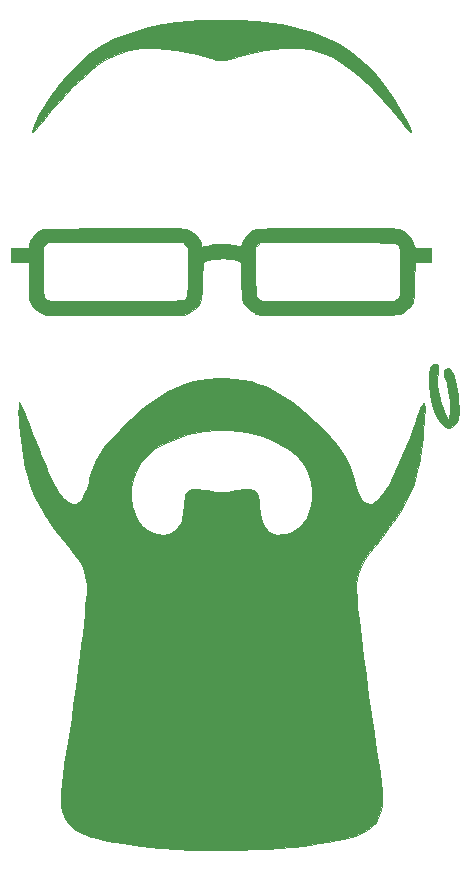
<source format=gbr>
%TF.GenerationSoftware,KiCad,Pcbnew,5.1.6-c6e7f7d~87~ubuntu20.04.1*%
%TF.CreationDate,2020-07-24T20:42:58-07:00*%
%TF.ProjectId,bcdc-coaster,62636463-2d63-46f6-9173-7465722e6b69,rev?*%
%TF.SameCoordinates,Original*%
%TF.FileFunction,Soldermask,Top*%
%TF.FilePolarity,Negative*%
%FSLAX46Y46*%
G04 Gerber Fmt 4.6, Leading zero omitted, Abs format (unit mm)*
G04 Created by KiCad (PCBNEW 5.1.6-c6e7f7d~87~ubuntu20.04.1) date 2020-07-24 20:42:58*
%MOMM*%
%LPD*%
G01*
G04 APERTURE LIST*
%ADD10C,0.010000*%
G04 APERTURE END LIST*
D10*
%TO.C,FrontMask*%
G36*
X-105833Y35029970D02*
G01*
X645816Y35028162D01*
X1276655Y35022811D01*
X1806957Y35013187D01*
X2256994Y34998563D01*
X2647039Y34978210D01*
X2997364Y34951399D01*
X3328243Y34917401D01*
X3457223Y34901934D01*
X4919528Y34678223D01*
X6279585Y34384002D01*
X7529467Y34021243D01*
X8572500Y33629823D01*
X9709254Y33072871D01*
X10786702Y32387920D01*
X11804764Y31575050D01*
X12763359Y30634345D01*
X13662403Y29565886D01*
X14501816Y28369755D01*
X15281516Y27046035D01*
X15454386Y26719701D01*
X15692349Y26247575D01*
X15854114Y25894110D01*
X15939480Y25659190D01*
X15948246Y25542698D01*
X15880211Y25544518D01*
X15735173Y25664534D01*
X15512930Y25902628D01*
X15213282Y26258684D01*
X15036679Y26478008D01*
X14142606Y27567131D01*
X13283717Y28542471D01*
X12443532Y29421559D01*
X11605569Y30221923D01*
X11080910Y30685453D01*
X10204376Y31359370D01*
X9305277Y31895302D01*
X8376749Y32295496D01*
X7411931Y32562200D01*
X6403958Y32697664D01*
X5345968Y32704135D01*
X4995206Y32679284D01*
X4336127Y32602720D01*
X3598177Y32486312D01*
X2827758Y32339439D01*
X2071269Y32171478D01*
X1375112Y31991808D01*
X926478Y31856958D01*
X548399Y31739753D01*
X239987Y31664566D01*
X-33720Y31632299D01*
X-307685Y31643857D01*
X-616869Y31700143D01*
X-996235Y31802060D01*
X-1371518Y31916360D01*
X-2224368Y32157402D01*
X-3103396Y32360051D01*
X-3982329Y32520673D01*
X-4834892Y32635638D01*
X-5634810Y32701314D01*
X-6355809Y32714069D01*
X-6894383Y32679753D01*
X-7928791Y32491987D01*
X-8924558Y32168791D01*
X-9879191Y31711139D01*
X-10672083Y31205964D01*
X-11105484Y30869319D01*
X-11605602Y30435246D01*
X-12156189Y29920463D01*
X-12740996Y29341687D01*
X-13343776Y28715634D01*
X-13948279Y28059022D01*
X-14538257Y27388569D01*
X-15097461Y26720990D01*
X-15406672Y26334861D01*
X-15633710Y26051340D01*
X-15832916Y25812573D01*
X-15987071Y25638449D01*
X-16078956Y25548857D01*
X-16093876Y25541111D01*
X-16145194Y25600329D01*
X-16157222Y25683632D01*
X-16118663Y25855790D01*
X-16009991Y26125509D01*
X-15841717Y26474540D01*
X-15624351Y26884633D01*
X-15368403Y27337538D01*
X-15084383Y27815006D01*
X-14782801Y28298785D01*
X-14474166Y28770627D01*
X-14168989Y29212281D01*
X-13962983Y29493794D01*
X-13121399Y30517283D01*
X-12222027Y31424401D01*
X-11257049Y32219699D01*
X-10218649Y32907728D01*
X-9099008Y33493042D01*
X-7890310Y33980190D01*
X-6584737Y34373725D01*
X-5174471Y34678199D01*
X-5009444Y34706991D01*
X-4498600Y34791201D01*
X-4036107Y34859735D01*
X-3598566Y34914133D01*
X-3162578Y34955937D01*
X-2704742Y34986687D01*
X-2201659Y35007926D01*
X-1629929Y35021194D01*
X-966153Y35028032D01*
X-186930Y35029983D01*
X-105833Y35029970D01*
G37*
X-105833Y35029970D02*
X645816Y35028162D01*
X1276655Y35022811D01*
X1806957Y35013187D01*
X2256994Y34998563D01*
X2647039Y34978210D01*
X2997364Y34951399D01*
X3328243Y34917401D01*
X3457223Y34901934D01*
X4919528Y34678223D01*
X6279585Y34384002D01*
X7529467Y34021243D01*
X8572500Y33629823D01*
X9709254Y33072871D01*
X10786702Y32387920D01*
X11804764Y31575050D01*
X12763359Y30634345D01*
X13662403Y29565886D01*
X14501816Y28369755D01*
X15281516Y27046035D01*
X15454386Y26719701D01*
X15692349Y26247575D01*
X15854114Y25894110D01*
X15939480Y25659190D01*
X15948246Y25542698D01*
X15880211Y25544518D01*
X15735173Y25664534D01*
X15512930Y25902628D01*
X15213282Y26258684D01*
X15036679Y26478008D01*
X14142606Y27567131D01*
X13283717Y28542471D01*
X12443532Y29421559D01*
X11605569Y30221923D01*
X11080910Y30685453D01*
X10204376Y31359370D01*
X9305277Y31895302D01*
X8376749Y32295496D01*
X7411931Y32562200D01*
X6403958Y32697664D01*
X5345968Y32704135D01*
X4995206Y32679284D01*
X4336127Y32602720D01*
X3598177Y32486312D01*
X2827758Y32339439D01*
X2071269Y32171478D01*
X1375112Y31991808D01*
X926478Y31856958D01*
X548399Y31739753D01*
X239987Y31664566D01*
X-33720Y31632299D01*
X-307685Y31643857D01*
X-616869Y31700143D01*
X-996235Y31802060D01*
X-1371518Y31916360D01*
X-2224368Y32157402D01*
X-3103396Y32360051D01*
X-3982329Y32520673D01*
X-4834892Y32635638D01*
X-5634810Y32701314D01*
X-6355809Y32714069D01*
X-6894383Y32679753D01*
X-7928791Y32491987D01*
X-8924558Y32168791D01*
X-9879191Y31711139D01*
X-10672083Y31205964D01*
X-11105484Y30869319D01*
X-11605602Y30435246D01*
X-12156189Y29920463D01*
X-12740996Y29341687D01*
X-13343776Y28715634D01*
X-13948279Y28059022D01*
X-14538257Y27388569D01*
X-15097461Y26720990D01*
X-15406672Y26334861D01*
X-15633710Y26051340D01*
X-15832916Y25812573D01*
X-15987071Y25638449D01*
X-16078956Y25548857D01*
X-16093876Y25541111D01*
X-16145194Y25600329D01*
X-16157222Y25683632D01*
X-16118663Y25855790D01*
X-16009991Y26125509D01*
X-15841717Y26474540D01*
X-15624351Y26884633D01*
X-15368403Y27337538D01*
X-15084383Y27815006D01*
X-14782801Y28298785D01*
X-14474166Y28770627D01*
X-14168989Y29212281D01*
X-13962983Y29493794D01*
X-13121399Y30517283D01*
X-12222027Y31424401D01*
X-11257049Y32219699D01*
X-10218649Y32907728D01*
X-9099008Y33493042D01*
X-7890310Y33980190D01*
X-6584737Y34373725D01*
X-5174471Y34678199D01*
X-5009444Y34706991D01*
X-4498600Y34791201D01*
X-4036107Y34859735D01*
X-3598566Y34914133D01*
X-3162578Y34955937D01*
X-2704742Y34986687D01*
X-2201659Y35007926D01*
X-1629929Y35021194D01*
X-966153Y35028032D01*
X-186930Y35029983D01*
X-105833Y35029970D01*
G36*
X9946431Y17427167D02*
G01*
X10865757Y17426851D01*
X11662710Y17426054D01*
X12346660Y17424554D01*
X12926976Y17422131D01*
X13413026Y17418562D01*
X13814180Y17413626D01*
X14139807Y17407103D01*
X14399277Y17398769D01*
X14601958Y17388405D01*
X14757220Y17375789D01*
X14874431Y17360699D01*
X14962961Y17342913D01*
X15032180Y17322211D01*
X15091456Y17298371D01*
X15131718Y17279854D01*
X15516634Y17027833D01*
X15843968Y16676434D01*
X16079171Y16265497D01*
X16128595Y16130285D01*
X16253548Y15733889D01*
X17638889Y15733889D01*
X17638889Y14534445D01*
X16237478Y14534445D01*
X16214989Y12964584D01*
X16204768Y12396545D01*
X16188762Y11948892D01*
X16161660Y11600898D01*
X16118151Y11331838D01*
X16052925Y11120987D01*
X15960670Y10947619D01*
X15836075Y10791009D01*
X15673831Y10630431D01*
X15599459Y10562486D01*
X15504375Y10473900D01*
X15421551Y10396205D01*
X15341601Y10328691D01*
X15255137Y10270646D01*
X15152771Y10221358D01*
X15025116Y10180117D01*
X14862785Y10146212D01*
X14656390Y10118930D01*
X14396543Y10097561D01*
X14073857Y10081394D01*
X13678945Y10069718D01*
X13202419Y10061820D01*
X12634892Y10056991D01*
X11966976Y10054518D01*
X11189284Y10053692D01*
X10292428Y10053799D01*
X9267020Y10054130D01*
X8890000Y10054167D01*
X7842085Y10054216D01*
X6925872Y10054513D01*
X6131949Y10055285D01*
X5450908Y10056759D01*
X4873338Y10059162D01*
X4389830Y10062721D01*
X3990973Y10067661D01*
X3667357Y10074211D01*
X3409573Y10082597D01*
X3208210Y10093044D01*
X3053859Y10105782D01*
X2937110Y10121035D01*
X2848552Y10139031D01*
X2778777Y10159996D01*
X2718373Y10184158D01*
X2674804Y10203937D01*
X2276041Y10454296D01*
X1934206Y10794971D01*
X1724148Y11119316D01*
X1678564Y11225981D01*
X1643088Y11352855D01*
X1615846Y11520197D01*
X1594968Y11748266D01*
X1578581Y12057320D01*
X1564814Y12467618D01*
X1552223Y12980138D01*
X1516945Y14565553D01*
X1164167Y14705331D01*
X856638Y14787336D01*
X454190Y14838562D01*
X-384Y14859007D01*
X-464289Y14848666D01*
X-894729Y14807535D01*
X-1248911Y14735609D01*
X-1340555Y14705567D01*
X-1728611Y14560716D01*
X-1766265Y13012997D01*
X-1781728Y12453312D01*
X-1800758Y12013552D01*
X-1828062Y11672537D01*
X-1868345Y11409085D01*
X-1926314Y11202017D01*
X-2006673Y11030150D01*
X-2114130Y10872305D01*
X-2253389Y10707299D01*
X-2286789Y10670116D01*
X-2506927Y10472844D01*
X-2778406Y10290196D01*
X-2911006Y10221352D01*
X-3280833Y10054167D01*
X-8960555Y10043253D01*
X-9851083Y10042302D01*
X-10706294Y10042860D01*
X-11514889Y10044833D01*
X-12265568Y10048124D01*
X-12947029Y10052639D01*
X-13547973Y10058283D01*
X-14057099Y10064960D01*
X-14463107Y10072575D01*
X-14754696Y10081032D01*
X-14920566Y10090237D01*
X-14947422Y10093734D01*
X-15324025Y10217273D01*
X-15686920Y10420012D01*
X-15980702Y10669005D01*
X-16046815Y10747455D01*
X-16169696Y10917143D01*
X-16263974Y11077685D01*
X-16333407Y11250786D01*
X-16381753Y11458153D01*
X-16412771Y11721494D01*
X-16430219Y12062513D01*
X-16437855Y12502918D01*
X-16439444Y13015234D01*
X-16439444Y14534445D01*
X-17921111Y14534445D01*
X-17921111Y15733889D01*
X-16457479Y15733889D01*
X-16444461Y15815300D01*
X-15240000Y15815300D01*
X-15240000Y13779460D01*
X-15239423Y13155082D01*
X-15235784Y12656159D01*
X-15226220Y12267037D01*
X-15207866Y11972059D01*
X-15177861Y11755569D01*
X-15133341Y11601913D01*
X-15071442Y11495435D01*
X-14989301Y11420479D01*
X-14884056Y11361390D01*
X-14789975Y11318831D01*
X-14674254Y11298936D01*
X-14432102Y11281483D01*
X-14076705Y11266427D01*
X-13621251Y11253720D01*
X-13078928Y11243318D01*
X-12462924Y11235174D01*
X-11786426Y11229242D01*
X-11062623Y11225476D01*
X-10304701Y11223830D01*
X-9525849Y11224259D01*
X-8739254Y11226716D01*
X-7958104Y11231155D01*
X-7195586Y11237530D01*
X-6464889Y11245795D01*
X-5779200Y11255905D01*
X-5151706Y11267812D01*
X-4595596Y11281472D01*
X-4124057Y11296838D01*
X-3750277Y11313865D01*
X-3487444Y11332505D01*
X-3348744Y11352714D01*
X-3333729Y11358791D01*
X-3227946Y11437245D01*
X-3144067Y11527668D01*
X-3079800Y11646166D01*
X-3032853Y11808845D01*
X-3000932Y12031811D01*
X-2981746Y12331169D01*
X-2973001Y12723028D01*
X-2972404Y13223491D01*
X-2977665Y13848667D01*
X-2977780Y13859402D01*
X-2998611Y15795413D01*
X-3017674Y15815300D01*
X2751667Y15815300D01*
X2751667Y13773276D01*
X2752080Y13181617D01*
X2754041Y12714499D01*
X2758632Y12355354D01*
X2766937Y12087615D01*
X2780038Y11894711D01*
X2799018Y11760075D01*
X2824960Y11667138D01*
X2858947Y11599332D01*
X2897217Y11546216D01*
X3072932Y11391828D01*
X3267634Y11296120D01*
X3382944Y11283155D01*
X3625833Y11271465D01*
X3982775Y11261053D01*
X4440244Y11251922D01*
X4984713Y11244076D01*
X5602657Y11237517D01*
X6280549Y11232248D01*
X7004863Y11228273D01*
X7762073Y11225594D01*
X8538652Y11224214D01*
X9321075Y11224136D01*
X10095815Y11225364D01*
X10849346Y11227901D01*
X11568142Y11231748D01*
X12238676Y11236911D01*
X12847423Y11243390D01*
X13380855Y11251190D01*
X13825448Y11260314D01*
X14167675Y11270764D01*
X14394009Y11282544D01*
X14485198Y11293613D01*
X14756345Y11433611D01*
X14890629Y11593080D01*
X14931583Y11669057D01*
X14963508Y11758286D01*
X14987522Y11878253D01*
X15004740Y12046443D01*
X15016280Y12280343D01*
X15023258Y12597437D01*
X15026791Y13015213D01*
X15027995Y13551155D01*
X15028070Y13745333D01*
X15027202Y14348704D01*
X15022955Y14827730D01*
X15013139Y15199171D01*
X14995568Y15479789D01*
X14968050Y15686344D01*
X14928399Y15835597D01*
X14874424Y15944309D01*
X14803937Y16029240D01*
X14720215Y16102737D01*
X14685560Y16124840D01*
X14633657Y16144118D01*
X14555265Y16160767D01*
X14441144Y16174980D01*
X14282054Y16186953D01*
X14068755Y16196881D01*
X13792007Y16204959D01*
X13442570Y16211381D01*
X13011203Y16216343D01*
X12488666Y16220039D01*
X11865719Y16222665D01*
X11133122Y16224415D01*
X10281635Y16225484D01*
X9302018Y16226067D01*
X8866934Y16226209D01*
X3164146Y16227778D01*
X2957906Y16021539D01*
X2751667Y15815300D01*
X-3017674Y15815300D01*
X-3205839Y16011595D01*
X-3413067Y16227778D01*
X-14827521Y16227778D01*
X-15033760Y16021539D01*
X-15240000Y15815300D01*
X-16444461Y15815300D01*
X-16413764Y16007269D01*
X-16304552Y16335477D01*
X-16096692Y16674121D01*
X-15821880Y16979570D01*
X-15563065Y17178222D01*
X-15215853Y17391945D01*
X-9228864Y17410754D01*
X-8172093Y17414034D01*
X-7247068Y17416670D01*
X-6444429Y17418468D01*
X-5754810Y17419233D01*
X-5168851Y17418771D01*
X-4677187Y17416885D01*
X-4270457Y17413381D01*
X-3939296Y17408065D01*
X-3674343Y17400741D01*
X-3466233Y17391214D01*
X-3305605Y17379290D01*
X-3183095Y17364774D01*
X-3089340Y17347471D01*
X-3014978Y17327186D01*
X-2950646Y17303724D01*
X-2891527Y17278846D01*
X-2579265Y17094822D01*
X-2291091Y16836295D01*
X-2053341Y16536380D01*
X-1892354Y16228193D01*
X-1834444Y15949772D01*
X-1824598Y15889710D01*
X-1775446Y15866658D01*
X-1657572Y15880897D01*
X-1441557Y15932708D01*
X-1358194Y15954321D01*
X-840448Y16046814D01*
X-244823Y16084025D01*
X377058Y16066729D01*
X973574Y15995697D01*
X1350810Y15913767D01*
X1475251Y15895200D01*
X1550623Y15947421D01*
X1615595Y16101300D01*
X1626416Y16133788D01*
X1847174Y16594967D01*
X2171645Y16979785D01*
X2578619Y17265714D01*
X2773899Y17352724D01*
X2884229Y17368188D01*
X3128471Y17381829D01*
X3507504Y17393659D01*
X4022206Y17403688D01*
X4673457Y17411927D01*
X5462134Y17418386D01*
X6389116Y17423077D01*
X7455282Y17426009D01*
X8661511Y17427194D01*
X8895362Y17427223D01*
X9946431Y17427167D01*
G37*
X9946431Y17427167D02*
X10865757Y17426851D01*
X11662710Y17426054D01*
X12346660Y17424554D01*
X12926976Y17422131D01*
X13413026Y17418562D01*
X13814180Y17413626D01*
X14139807Y17407103D01*
X14399277Y17398769D01*
X14601958Y17388405D01*
X14757220Y17375789D01*
X14874431Y17360699D01*
X14962961Y17342913D01*
X15032180Y17322211D01*
X15091456Y17298371D01*
X15131718Y17279854D01*
X15516634Y17027833D01*
X15843968Y16676434D01*
X16079171Y16265497D01*
X16128595Y16130285D01*
X16253548Y15733889D01*
X17638889Y15733889D01*
X17638889Y14534445D01*
X16237478Y14534445D01*
X16214989Y12964584D01*
X16204768Y12396545D01*
X16188762Y11948892D01*
X16161660Y11600898D01*
X16118151Y11331838D01*
X16052925Y11120987D01*
X15960670Y10947619D01*
X15836075Y10791009D01*
X15673831Y10630431D01*
X15599459Y10562486D01*
X15504375Y10473900D01*
X15421551Y10396205D01*
X15341601Y10328691D01*
X15255137Y10270646D01*
X15152771Y10221358D01*
X15025116Y10180117D01*
X14862785Y10146212D01*
X14656390Y10118930D01*
X14396543Y10097561D01*
X14073857Y10081394D01*
X13678945Y10069718D01*
X13202419Y10061820D01*
X12634892Y10056991D01*
X11966976Y10054518D01*
X11189284Y10053692D01*
X10292428Y10053799D01*
X9267020Y10054130D01*
X8890000Y10054167D01*
X7842085Y10054216D01*
X6925872Y10054513D01*
X6131949Y10055285D01*
X5450908Y10056759D01*
X4873338Y10059162D01*
X4389830Y10062721D01*
X3990973Y10067661D01*
X3667357Y10074211D01*
X3409573Y10082597D01*
X3208210Y10093044D01*
X3053859Y10105782D01*
X2937110Y10121035D01*
X2848552Y10139031D01*
X2778777Y10159996D01*
X2718373Y10184158D01*
X2674804Y10203937D01*
X2276041Y10454296D01*
X1934206Y10794971D01*
X1724148Y11119316D01*
X1678564Y11225981D01*
X1643088Y11352855D01*
X1615846Y11520197D01*
X1594968Y11748266D01*
X1578581Y12057320D01*
X1564814Y12467618D01*
X1552223Y12980138D01*
X1516945Y14565553D01*
X1164167Y14705331D01*
X856638Y14787336D01*
X454190Y14838562D01*
X-384Y14859007D01*
X-464289Y14848666D01*
X-894729Y14807535D01*
X-1248911Y14735609D01*
X-1340555Y14705567D01*
X-1728611Y14560716D01*
X-1766265Y13012997D01*
X-1781728Y12453312D01*
X-1800758Y12013552D01*
X-1828062Y11672537D01*
X-1868345Y11409085D01*
X-1926314Y11202017D01*
X-2006673Y11030150D01*
X-2114130Y10872305D01*
X-2253389Y10707299D01*
X-2286789Y10670116D01*
X-2506927Y10472844D01*
X-2778406Y10290196D01*
X-2911006Y10221352D01*
X-3280833Y10054167D01*
X-8960555Y10043253D01*
X-9851083Y10042302D01*
X-10706294Y10042860D01*
X-11514889Y10044833D01*
X-12265568Y10048124D01*
X-12947029Y10052639D01*
X-13547973Y10058283D01*
X-14057099Y10064960D01*
X-14463107Y10072575D01*
X-14754696Y10081032D01*
X-14920566Y10090237D01*
X-14947422Y10093734D01*
X-15324025Y10217273D01*
X-15686920Y10420012D01*
X-15980702Y10669005D01*
X-16046815Y10747455D01*
X-16169696Y10917143D01*
X-16263974Y11077685D01*
X-16333407Y11250786D01*
X-16381753Y11458153D01*
X-16412771Y11721494D01*
X-16430219Y12062513D01*
X-16437855Y12502918D01*
X-16439444Y13015234D01*
X-16439444Y14534445D01*
X-17921111Y14534445D01*
X-17921111Y15733889D01*
X-16457479Y15733889D01*
X-16444461Y15815300D01*
X-15240000Y15815300D01*
X-15240000Y13779460D01*
X-15239423Y13155082D01*
X-15235784Y12656159D01*
X-15226220Y12267037D01*
X-15207866Y11972059D01*
X-15177861Y11755569D01*
X-15133341Y11601913D01*
X-15071442Y11495435D01*
X-14989301Y11420479D01*
X-14884056Y11361390D01*
X-14789975Y11318831D01*
X-14674254Y11298936D01*
X-14432102Y11281483D01*
X-14076705Y11266427D01*
X-13621251Y11253720D01*
X-13078928Y11243318D01*
X-12462924Y11235174D01*
X-11786426Y11229242D01*
X-11062623Y11225476D01*
X-10304701Y11223830D01*
X-9525849Y11224259D01*
X-8739254Y11226716D01*
X-7958104Y11231155D01*
X-7195586Y11237530D01*
X-6464889Y11245795D01*
X-5779200Y11255905D01*
X-5151706Y11267812D01*
X-4595596Y11281472D01*
X-4124057Y11296838D01*
X-3750277Y11313865D01*
X-3487444Y11332505D01*
X-3348744Y11352714D01*
X-3333729Y11358791D01*
X-3227946Y11437245D01*
X-3144067Y11527668D01*
X-3079800Y11646166D01*
X-3032853Y11808845D01*
X-3000932Y12031811D01*
X-2981746Y12331169D01*
X-2973001Y12723028D01*
X-2972404Y13223491D01*
X-2977665Y13848667D01*
X-2977780Y13859402D01*
X-2998611Y15795413D01*
X-3017674Y15815300D01*
X2751667Y15815300D01*
X2751667Y13773276D01*
X2752080Y13181617D01*
X2754041Y12714499D01*
X2758632Y12355354D01*
X2766937Y12087615D01*
X2780038Y11894711D01*
X2799018Y11760075D01*
X2824960Y11667138D01*
X2858947Y11599332D01*
X2897217Y11546216D01*
X3072932Y11391828D01*
X3267634Y11296120D01*
X3382944Y11283155D01*
X3625833Y11271465D01*
X3982775Y11261053D01*
X4440244Y11251922D01*
X4984713Y11244076D01*
X5602657Y11237517D01*
X6280549Y11232248D01*
X7004863Y11228273D01*
X7762073Y11225594D01*
X8538652Y11224214D01*
X9321075Y11224136D01*
X10095815Y11225364D01*
X10849346Y11227901D01*
X11568142Y11231748D01*
X12238676Y11236911D01*
X12847423Y11243390D01*
X13380855Y11251190D01*
X13825448Y11260314D01*
X14167675Y11270764D01*
X14394009Y11282544D01*
X14485198Y11293613D01*
X14756345Y11433611D01*
X14890629Y11593080D01*
X14931583Y11669057D01*
X14963508Y11758286D01*
X14987522Y11878253D01*
X15004740Y12046443D01*
X15016280Y12280343D01*
X15023258Y12597437D01*
X15026791Y13015213D01*
X15027995Y13551155D01*
X15028070Y13745333D01*
X15027202Y14348704D01*
X15022955Y14827730D01*
X15013139Y15199171D01*
X14995568Y15479789D01*
X14968050Y15686344D01*
X14928399Y15835597D01*
X14874424Y15944309D01*
X14803937Y16029240D01*
X14720215Y16102737D01*
X14685560Y16124840D01*
X14633657Y16144118D01*
X14555265Y16160767D01*
X14441144Y16174980D01*
X14282054Y16186953D01*
X14068755Y16196881D01*
X13792007Y16204959D01*
X13442570Y16211381D01*
X13011203Y16216343D01*
X12488666Y16220039D01*
X11865719Y16222665D01*
X11133122Y16224415D01*
X10281635Y16225484D01*
X9302018Y16226067D01*
X8866934Y16226209D01*
X3164146Y16227778D01*
X2957906Y16021539D01*
X2751667Y15815300D01*
X-3017674Y15815300D01*
X-3205839Y16011595D01*
X-3413067Y16227778D01*
X-14827521Y16227778D01*
X-15033760Y16021539D01*
X-15240000Y15815300D01*
X-16444461Y15815300D01*
X-16413764Y16007269D01*
X-16304552Y16335477D01*
X-16096692Y16674121D01*
X-15821880Y16979570D01*
X-15563065Y17178222D01*
X-15215853Y17391945D01*
X-9228864Y17410754D01*
X-8172093Y17414034D01*
X-7247068Y17416670D01*
X-6444429Y17418468D01*
X-5754810Y17419233D01*
X-5168851Y17418771D01*
X-4677187Y17416885D01*
X-4270457Y17413381D01*
X-3939296Y17408065D01*
X-3674343Y17400741D01*
X-3466233Y17391214D01*
X-3305605Y17379290D01*
X-3183095Y17364774D01*
X-3089340Y17347471D01*
X-3014978Y17327186D01*
X-2950646Y17303724D01*
X-2891527Y17278846D01*
X-2579265Y17094822D01*
X-2291091Y16836295D01*
X-2053341Y16536380D01*
X-1892354Y16228193D01*
X-1834444Y15949772D01*
X-1824598Y15889710D01*
X-1775446Y15866658D01*
X-1657572Y15880897D01*
X-1441557Y15932708D01*
X-1358194Y15954321D01*
X-840448Y16046814D01*
X-244823Y16084025D01*
X377058Y16066729D01*
X973574Y15995697D01*
X1350810Y15913767D01*
X1475251Y15895200D01*
X1550623Y15947421D01*
X1615595Y16101300D01*
X1626416Y16133788D01*
X1847174Y16594967D01*
X2171645Y16979785D01*
X2578619Y17265714D01*
X2773899Y17352724D01*
X2884229Y17368188D01*
X3128471Y17381829D01*
X3507504Y17393659D01*
X4022206Y17403688D01*
X4673457Y17411927D01*
X5462134Y17418386D01*
X6389116Y17423077D01*
X7455282Y17426009D01*
X8661511Y17427194D01*
X8895362Y17427223D01*
X9946431Y17427167D01*
G36*
X18046937Y5951108D02*
G01*
X18184991Y5863469D01*
X18248561Y5684431D01*
X18240090Y5401652D01*
X18200805Y5173966D01*
X18151785Y4737068D01*
X18160423Y4207821D01*
X18224053Y3621445D01*
X18340014Y3013160D01*
X18375216Y2868291D01*
X18473507Y2529975D01*
X18595655Y2181872D01*
X18728573Y1854470D01*
X18859179Y1578255D01*
X18974386Y1383714D01*
X19044606Y1308612D01*
X19109597Y1334206D01*
X19168786Y1476681D01*
X19217148Y1711811D01*
X19249652Y2015368D01*
X19261273Y2352528D01*
X19238560Y2769144D01*
X19176284Y3257450D01*
X19084020Y3765400D01*
X18971340Y4240947D01*
X18847820Y4632044D01*
X18836670Y4660889D01*
X18721769Y5030067D01*
X18707111Y5300193D01*
X18792696Y5471152D01*
X18840999Y5504760D01*
X19027249Y5547639D01*
X19201780Y5467105D01*
X19367222Y5259258D01*
X19526204Y4920192D01*
X19681357Y4446006D01*
X19763695Y4135517D01*
X19846314Y3718785D01*
X19907196Y3239952D01*
X19945012Y2734842D01*
X19958433Y2239283D01*
X19946130Y1789102D01*
X19906774Y1420123D01*
X19870527Y1255713D01*
X19717178Y892785D01*
X19508902Y645547D01*
X19258246Y520385D01*
X18977757Y523683D01*
X18690018Y655004D01*
X18438179Y893861D01*
X18199158Y1252040D01*
X17980016Y1707873D01*
X17787812Y2239687D01*
X17629609Y2825814D01*
X17512467Y3444582D01*
X17443447Y4074322D01*
X17427506Y4529722D01*
X17451098Y5072208D01*
X17521973Y5488232D01*
X17639331Y5775959D01*
X17802373Y5933554D01*
X18010300Y5959182D01*
X18046937Y5951108D01*
G37*
X18046937Y5951108D02*
X18184991Y5863469D01*
X18248561Y5684431D01*
X18240090Y5401652D01*
X18200805Y5173966D01*
X18151785Y4737068D01*
X18160423Y4207821D01*
X18224053Y3621445D01*
X18340014Y3013160D01*
X18375216Y2868291D01*
X18473507Y2529975D01*
X18595655Y2181872D01*
X18728573Y1854470D01*
X18859179Y1578255D01*
X18974386Y1383714D01*
X19044606Y1308612D01*
X19109597Y1334206D01*
X19168786Y1476681D01*
X19217148Y1711811D01*
X19249652Y2015368D01*
X19261273Y2352528D01*
X19238560Y2769144D01*
X19176284Y3257450D01*
X19084020Y3765400D01*
X18971340Y4240947D01*
X18847820Y4632044D01*
X18836670Y4660889D01*
X18721769Y5030067D01*
X18707111Y5300193D01*
X18792696Y5471152D01*
X18840999Y5504760D01*
X19027249Y5547639D01*
X19201780Y5467105D01*
X19367222Y5259258D01*
X19526204Y4920192D01*
X19681357Y4446006D01*
X19763695Y4135517D01*
X19846314Y3718785D01*
X19907196Y3239952D01*
X19945012Y2734842D01*
X19958433Y2239283D01*
X19946130Y1789102D01*
X19906774Y1420123D01*
X19870527Y1255713D01*
X19717178Y892785D01*
X19508902Y645547D01*
X19258246Y520385D01*
X18977757Y523683D01*
X18690018Y655004D01*
X18438179Y893861D01*
X18199158Y1252040D01*
X17980016Y1707873D01*
X17787812Y2239687D01*
X17629609Y2825814D01*
X17512467Y3444582D01*
X17443447Y4074322D01*
X17427506Y4529722D01*
X17451098Y5072208D01*
X17521973Y5488232D01*
X17639331Y5775959D01*
X17802373Y5933554D01*
X18010300Y5959182D01*
X18046937Y5951108D01*
G36*
X211667Y4705590D02*
G01*
X1010684Y4663381D01*
X1709395Y4582813D01*
X2345480Y4455051D01*
X2956623Y4271258D01*
X3580504Y4022599D01*
X4039196Y3808051D01*
X4891549Y3341284D01*
X5750747Y2772620D01*
X6626959Y2094206D01*
X7530354Y1298192D01*
X8434551Y414124D01*
X8778552Y57217D01*
X9114370Y-301132D01*
X9419837Y-636528D01*
X9672780Y-924575D01*
X9851030Y-1140876D01*
X9868855Y-1164166D01*
X10257961Y-1749053D01*
X10598835Y-2396450D01*
X10867254Y-3055651D01*
X11014840Y-3563055D01*
X11178165Y-4217213D01*
X11340681Y-4744390D01*
X11509266Y-5158504D01*
X11690796Y-5473477D01*
X11892148Y-5703227D01*
X12120200Y-5861676D01*
X12160332Y-5881676D01*
X12345891Y-5954959D01*
X12490780Y-5956797D01*
X12644435Y-5903320D01*
X12957308Y-5706109D01*
X13291427Y-5370360D01*
X13646318Y-4896964D01*
X14021507Y-4286813D01*
X14416520Y-3540799D01*
X14830884Y-2659812D01*
X15264124Y-1644744D01*
X15715768Y-496487D01*
X16157395Y705556D01*
X16311798Y1129619D01*
X16465729Y1536482D01*
X16607257Y1895745D01*
X16724454Y2177007D01*
X16794144Y2328334D01*
X16902431Y2538150D01*
X16965852Y2635839D01*
X17003113Y2635253D01*
X17032919Y2550244D01*
X17042682Y2512396D01*
X17070685Y2290539D01*
X17076509Y1950214D01*
X17062140Y1511975D01*
X17029565Y996381D01*
X16980770Y423989D01*
X16917744Y-184645D01*
X16842472Y-808963D01*
X16756942Y-1428409D01*
X16663139Y-2022426D01*
X16563052Y-2570456D01*
X16540736Y-2681111D01*
X16358278Y-3460348D01*
X16136050Y-4197601D01*
X15864554Y-4911120D01*
X15534294Y-5619151D01*
X15135770Y-6339945D01*
X14659486Y-7091748D01*
X14095942Y-7892809D01*
X13435643Y-8761377D01*
X13260547Y-8983381D01*
X12786297Y-9585756D01*
X12387710Y-10110855D01*
X12059758Y-10577717D01*
X11797416Y-11005379D01*
X11595656Y-11412880D01*
X11449452Y-11819259D01*
X11353777Y-12243553D01*
X11303605Y-12704801D01*
X11293909Y-13222042D01*
X11319662Y-13814314D01*
X11375837Y-14500654D01*
X11457408Y-15300103D01*
X11496844Y-15663333D01*
X11670462Y-17191912D01*
X11863971Y-18792728D01*
X12073053Y-20433952D01*
X12293388Y-22083754D01*
X12520660Y-23710304D01*
X12750549Y-25281771D01*
X12978736Y-26766327D01*
X13133755Y-27728333D01*
X13279865Y-28678490D01*
X13383331Y-29506945D01*
X13443338Y-30226767D01*
X13459075Y-30851022D01*
X13429726Y-31392778D01*
X13354479Y-31865102D01*
X13232520Y-32281062D01*
X13063036Y-32653725D01*
X12845213Y-32996157D01*
X12802214Y-33053751D01*
X12549825Y-33312266D01*
X12202168Y-33570413D01*
X11802470Y-33800767D01*
X11393957Y-33975903D01*
X11300993Y-34006191D01*
X10847528Y-34129620D01*
X10280360Y-34261417D01*
X9626286Y-34396856D01*
X8912107Y-34531210D01*
X8164619Y-34659750D01*
X7410622Y-34777750D01*
X6676914Y-34880481D01*
X5990294Y-34963218D01*
X5715000Y-34991585D01*
X4796942Y-35067788D01*
X3769642Y-35130734D01*
X2664395Y-35179867D01*
X1512500Y-35214626D01*
X345251Y-35234456D01*
X-806054Y-35238796D01*
X-1910119Y-35227089D01*
X-2935647Y-35198777D01*
X-3739444Y-35160214D01*
X-5395205Y-35037373D01*
X-6960455Y-34872933D01*
X-8423960Y-34668486D01*
X-9774485Y-34425625D01*
X-11000797Y-34145942D01*
X-11128122Y-34112867D01*
X-11803488Y-33895795D01*
X-12356000Y-33629178D01*
X-12797650Y-33305054D01*
X-13140429Y-32915461D01*
X-13285876Y-32680149D01*
X-13461780Y-32303937D01*
X-13591560Y-31897120D01*
X-13675619Y-31444993D01*
X-13714360Y-30932849D01*
X-13708188Y-30345981D01*
X-13657505Y-29669683D01*
X-13562715Y-28889248D01*
X-13424220Y-27989970D01*
X-13415884Y-27940000D01*
X-13266477Y-27027005D01*
X-13114996Y-26062780D01*
X-12962820Y-25058469D01*
X-12811327Y-24025218D01*
X-12661896Y-22974172D01*
X-12515905Y-21916478D01*
X-12374734Y-20863280D01*
X-12239761Y-19825724D01*
X-12112365Y-18814957D01*
X-11993924Y-17842122D01*
X-11885817Y-16918367D01*
X-11789424Y-16054836D01*
X-11706121Y-15262675D01*
X-11637290Y-14553030D01*
X-11584307Y-13937046D01*
X-11548552Y-13425869D01*
X-11531403Y-13030644D01*
X-11534239Y-12762517D01*
X-11535819Y-12741396D01*
X-11653025Y-11988221D01*
X-11878189Y-11301541D01*
X-12222467Y-10654792D01*
X-12659726Y-10065391D01*
X-13034457Y-9608441D01*
X-13443277Y-9090697D01*
X-13861508Y-8544880D01*
X-14264470Y-8003714D01*
X-14627485Y-7499920D01*
X-14925875Y-7066221D01*
X-14956275Y-7020277D01*
X-15517651Y-6105979D01*
X-15971771Y-5223347D01*
X-16334669Y-4335408D01*
X-16622380Y-3405190D01*
X-16748780Y-2887230D01*
X-16856011Y-2358941D01*
X-16957787Y-1763442D01*
X-17051512Y-1125511D01*
X-17134590Y-469930D01*
X-17204424Y178521D01*
X-17258417Y795063D01*
X-17293972Y1354916D01*
X-17308494Y1833298D01*
X-17299385Y2205430D01*
X-17291611Y2293056D01*
X-17244881Y2716389D01*
X-17010369Y2222500D01*
X-16922769Y2025425D01*
X-16794216Y1719183D01*
X-16633897Y1326512D01*
X-16451000Y870149D01*
X-16254713Y372830D01*
X-16054224Y-142708D01*
X-16046195Y-163523D01*
X-15832028Y-713588D01*
X-15608885Y-1277303D01*
X-15388902Y-1824670D01*
X-15184215Y-2325693D01*
X-15006962Y-2750377D01*
X-14886348Y-3030249D01*
X-14536331Y-3775163D01*
X-14187203Y-4425093D01*
X-13844923Y-4971248D01*
X-13515451Y-5404836D01*
X-13204746Y-5717065D01*
X-12951448Y-5884523D01*
X-12768136Y-5956277D01*
X-12623235Y-5955721D01*
X-12473343Y-5902132D01*
X-12192405Y-5731527D01*
X-11948812Y-5470062D01*
X-11856399Y-5311868D01*
X-7806018Y-5311868D01*
X-7687968Y-6063370D01*
X-7471310Y-6762634D01*
X-7184293Y-7341047D01*
X-6824312Y-7801541D01*
X-6388761Y-8147046D01*
X-5875034Y-8380494D01*
X-5554860Y-8462852D01*
X-5069102Y-8522727D01*
X-4667033Y-8490123D01*
X-4405784Y-8404145D01*
X-4103234Y-8206067D01*
X-3818095Y-7912379D01*
X-3588435Y-7567062D01*
X-3490907Y-7347190D01*
X-3439800Y-7143782D01*
X-3389340Y-6842566D01*
X-3345849Y-6486731D01*
X-3319087Y-6173611D01*
X-3284705Y-5735734D01*
X-3244129Y-5413335D01*
X-3189865Y-5180786D01*
X-3114416Y-5012459D01*
X-3010289Y-4882728D01*
X-2918108Y-4802559D01*
X-2809463Y-4728440D01*
X-2691443Y-4685175D01*
X-2527417Y-4667267D01*
X-2280753Y-4669218D01*
X-2083812Y-4677356D01*
X-1725179Y-4706399D01*
X-1353200Y-4756418D01*
X-1038051Y-4817616D01*
X-987777Y-4830399D01*
X-591161Y-4899550D01*
X-126305Y-4922891D01*
X352104Y-4902109D01*
X789377Y-4838893D01*
X1049565Y-4767503D01*
X1318761Y-4703375D01*
X1674613Y-4664855D01*
X1939634Y-4656666D01*
X2288608Y-4669700D01*
X2553017Y-4720297D01*
X2745959Y-4825707D01*
X2880533Y-5003174D01*
X2969837Y-5269946D01*
X3026969Y-5643270D01*
X3064907Y-6138333D01*
X3114083Y-6686945D01*
X3195969Y-7127837D01*
X3319343Y-7492354D01*
X3492985Y-7811845D01*
X3561311Y-7910670D01*
X3858486Y-8231724D01*
X4204042Y-8433490D01*
X4611576Y-8520231D01*
X5094683Y-8496214D01*
X5305833Y-8457891D01*
X5880483Y-8270270D01*
X6378092Y-7972426D01*
X6785623Y-7574347D01*
X7086350Y-7093849D01*
X7370008Y-6343596D01*
X7527208Y-5571712D01*
X7557755Y-4797132D01*
X7461457Y-4038794D01*
X7238121Y-3315632D01*
X7127375Y-3069166D01*
X6748273Y-2450604D01*
X6248353Y-1881721D01*
X5640511Y-1367099D01*
X4937639Y-911320D01*
X4152632Y-518964D01*
X3298383Y-194614D01*
X2387785Y57149D01*
X1433734Y231743D01*
X449122Y324586D01*
X-553157Y331098D01*
X-1560209Y246695D01*
X-2010833Y177950D01*
X-2929917Y-24204D01*
X-3820738Y-300288D01*
X-4653349Y-638665D01*
X-5397805Y-1027701D01*
X-5820102Y-1302128D01*
X-6459349Y-1836100D01*
X-6980345Y-2436685D01*
X-7379302Y-3094217D01*
X-7652427Y-3799034D01*
X-7795929Y-4541473D01*
X-7806018Y-5311868D01*
X-11856399Y-5311868D01*
X-11736222Y-5106149D01*
X-11548291Y-4628204D01*
X-11378678Y-4024643D01*
X-11329363Y-3812629D01*
X-11097778Y-3016928D01*
X-10768370Y-2232114D01*
X-10363143Y-1506235D01*
X-10100315Y-1128889D01*
X-9945199Y-940130D01*
X-9710689Y-674405D01*
X-9417485Y-354218D01*
X-9086284Y-2073D01*
X-8737783Y359526D01*
X-8632950Y466490D01*
X-7787844Y1292854D01*
X-6987737Y2005897D01*
X-6215239Y2618869D01*
X-5452960Y3145021D01*
X-4683513Y3597602D01*
X-4198055Y3845699D01*
X-3466973Y4167925D01*
X-2760378Y4409326D01*
X-2045186Y4576351D01*
X-1288315Y4675453D01*
X-456683Y4713081D01*
X211667Y4705590D01*
G37*
X211667Y4705590D02*
X1010684Y4663381D01*
X1709395Y4582813D01*
X2345480Y4455051D01*
X2956623Y4271258D01*
X3580504Y4022599D01*
X4039196Y3808051D01*
X4891549Y3341284D01*
X5750747Y2772620D01*
X6626959Y2094206D01*
X7530354Y1298192D01*
X8434551Y414124D01*
X8778552Y57217D01*
X9114370Y-301132D01*
X9419837Y-636528D01*
X9672780Y-924575D01*
X9851030Y-1140876D01*
X9868855Y-1164166D01*
X10257961Y-1749053D01*
X10598835Y-2396450D01*
X10867254Y-3055651D01*
X11014840Y-3563055D01*
X11178165Y-4217213D01*
X11340681Y-4744390D01*
X11509266Y-5158504D01*
X11690796Y-5473477D01*
X11892148Y-5703227D01*
X12120200Y-5861676D01*
X12160332Y-5881676D01*
X12345891Y-5954959D01*
X12490780Y-5956797D01*
X12644435Y-5903320D01*
X12957308Y-5706109D01*
X13291427Y-5370360D01*
X13646318Y-4896964D01*
X14021507Y-4286813D01*
X14416520Y-3540799D01*
X14830884Y-2659812D01*
X15264124Y-1644744D01*
X15715768Y-496487D01*
X16157395Y705556D01*
X16311798Y1129619D01*
X16465729Y1536482D01*
X16607257Y1895745D01*
X16724454Y2177007D01*
X16794144Y2328334D01*
X16902431Y2538150D01*
X16965852Y2635839D01*
X17003113Y2635253D01*
X17032919Y2550244D01*
X17042682Y2512396D01*
X17070685Y2290539D01*
X17076509Y1950214D01*
X17062140Y1511975D01*
X17029565Y996381D01*
X16980770Y423989D01*
X16917744Y-184645D01*
X16842472Y-808963D01*
X16756942Y-1428409D01*
X16663139Y-2022426D01*
X16563052Y-2570456D01*
X16540736Y-2681111D01*
X16358278Y-3460348D01*
X16136050Y-4197601D01*
X15864554Y-4911120D01*
X15534294Y-5619151D01*
X15135770Y-6339945D01*
X14659486Y-7091748D01*
X14095942Y-7892809D01*
X13435643Y-8761377D01*
X13260547Y-8983381D01*
X12786297Y-9585756D01*
X12387710Y-10110855D01*
X12059758Y-10577717D01*
X11797416Y-11005379D01*
X11595656Y-11412880D01*
X11449452Y-11819259D01*
X11353777Y-12243553D01*
X11303605Y-12704801D01*
X11293909Y-13222042D01*
X11319662Y-13814314D01*
X11375837Y-14500654D01*
X11457408Y-15300103D01*
X11496844Y-15663333D01*
X11670462Y-17191912D01*
X11863971Y-18792728D01*
X12073053Y-20433952D01*
X12293388Y-22083754D01*
X12520660Y-23710304D01*
X12750549Y-25281771D01*
X12978736Y-26766327D01*
X13133755Y-27728333D01*
X13279865Y-28678490D01*
X13383331Y-29506945D01*
X13443338Y-30226767D01*
X13459075Y-30851022D01*
X13429726Y-31392778D01*
X13354479Y-31865102D01*
X13232520Y-32281062D01*
X13063036Y-32653725D01*
X12845213Y-32996157D01*
X12802214Y-33053751D01*
X12549825Y-33312266D01*
X12202168Y-33570413D01*
X11802470Y-33800767D01*
X11393957Y-33975903D01*
X11300993Y-34006191D01*
X10847528Y-34129620D01*
X10280360Y-34261417D01*
X9626286Y-34396856D01*
X8912107Y-34531210D01*
X8164619Y-34659750D01*
X7410622Y-34777750D01*
X6676914Y-34880481D01*
X5990294Y-34963218D01*
X5715000Y-34991585D01*
X4796942Y-35067788D01*
X3769642Y-35130734D01*
X2664395Y-35179867D01*
X1512500Y-35214626D01*
X345251Y-35234456D01*
X-806054Y-35238796D01*
X-1910119Y-35227089D01*
X-2935647Y-35198777D01*
X-3739444Y-35160214D01*
X-5395205Y-35037373D01*
X-6960455Y-34872933D01*
X-8423960Y-34668486D01*
X-9774485Y-34425625D01*
X-11000797Y-34145942D01*
X-11128122Y-34112867D01*
X-11803488Y-33895795D01*
X-12356000Y-33629178D01*
X-12797650Y-33305054D01*
X-13140429Y-32915461D01*
X-13285876Y-32680149D01*
X-13461780Y-32303937D01*
X-13591560Y-31897120D01*
X-13675619Y-31444993D01*
X-13714360Y-30932849D01*
X-13708188Y-30345981D01*
X-13657505Y-29669683D01*
X-13562715Y-28889248D01*
X-13424220Y-27989970D01*
X-13415884Y-27940000D01*
X-13266477Y-27027005D01*
X-13114996Y-26062780D01*
X-12962820Y-25058469D01*
X-12811327Y-24025218D01*
X-12661896Y-22974172D01*
X-12515905Y-21916478D01*
X-12374734Y-20863280D01*
X-12239761Y-19825724D01*
X-12112365Y-18814957D01*
X-11993924Y-17842122D01*
X-11885817Y-16918367D01*
X-11789424Y-16054836D01*
X-11706121Y-15262675D01*
X-11637290Y-14553030D01*
X-11584307Y-13937046D01*
X-11548552Y-13425869D01*
X-11531403Y-13030644D01*
X-11534239Y-12762517D01*
X-11535819Y-12741396D01*
X-11653025Y-11988221D01*
X-11878189Y-11301541D01*
X-12222467Y-10654792D01*
X-12659726Y-10065391D01*
X-13034457Y-9608441D01*
X-13443277Y-9090697D01*
X-13861508Y-8544880D01*
X-14264470Y-8003714D01*
X-14627485Y-7499920D01*
X-14925875Y-7066221D01*
X-14956275Y-7020277D01*
X-15517651Y-6105979D01*
X-15971771Y-5223347D01*
X-16334669Y-4335408D01*
X-16622380Y-3405190D01*
X-16748780Y-2887230D01*
X-16856011Y-2358941D01*
X-16957787Y-1763442D01*
X-17051512Y-1125511D01*
X-17134590Y-469930D01*
X-17204424Y178521D01*
X-17258417Y795063D01*
X-17293972Y1354916D01*
X-17308494Y1833298D01*
X-17299385Y2205430D01*
X-17291611Y2293056D01*
X-17244881Y2716389D01*
X-17010369Y2222500D01*
X-16922769Y2025425D01*
X-16794216Y1719183D01*
X-16633897Y1326512D01*
X-16451000Y870149D01*
X-16254713Y372830D01*
X-16054224Y-142708D01*
X-16046195Y-163523D01*
X-15832028Y-713588D01*
X-15608885Y-1277303D01*
X-15388902Y-1824670D01*
X-15184215Y-2325693D01*
X-15006962Y-2750377D01*
X-14886348Y-3030249D01*
X-14536331Y-3775163D01*
X-14187203Y-4425093D01*
X-13844923Y-4971248D01*
X-13515451Y-5404836D01*
X-13204746Y-5717065D01*
X-12951448Y-5884523D01*
X-12768136Y-5956277D01*
X-12623235Y-5955721D01*
X-12473343Y-5902132D01*
X-12192405Y-5731527D01*
X-11948812Y-5470062D01*
X-11856399Y-5311868D01*
X-7806018Y-5311868D01*
X-7687968Y-6063370D01*
X-7471310Y-6762634D01*
X-7184293Y-7341047D01*
X-6824312Y-7801541D01*
X-6388761Y-8147046D01*
X-5875034Y-8380494D01*
X-5554860Y-8462852D01*
X-5069102Y-8522727D01*
X-4667033Y-8490123D01*
X-4405784Y-8404145D01*
X-4103234Y-8206067D01*
X-3818095Y-7912379D01*
X-3588435Y-7567062D01*
X-3490907Y-7347190D01*
X-3439800Y-7143782D01*
X-3389340Y-6842566D01*
X-3345849Y-6486731D01*
X-3319087Y-6173611D01*
X-3284705Y-5735734D01*
X-3244129Y-5413335D01*
X-3189865Y-5180786D01*
X-3114416Y-5012459D01*
X-3010289Y-4882728D01*
X-2918108Y-4802559D01*
X-2809463Y-4728440D01*
X-2691443Y-4685175D01*
X-2527417Y-4667267D01*
X-2280753Y-4669218D01*
X-2083812Y-4677356D01*
X-1725179Y-4706399D01*
X-1353200Y-4756418D01*
X-1038051Y-4817616D01*
X-987777Y-4830399D01*
X-591161Y-4899550D01*
X-126305Y-4922891D01*
X352104Y-4902109D01*
X789377Y-4838893D01*
X1049565Y-4767503D01*
X1318761Y-4703375D01*
X1674613Y-4664855D01*
X1939634Y-4656666D01*
X2288608Y-4669700D01*
X2553017Y-4720297D01*
X2745959Y-4825707D01*
X2880533Y-5003174D01*
X2969837Y-5269946D01*
X3026969Y-5643270D01*
X3064907Y-6138333D01*
X3114083Y-6686945D01*
X3195969Y-7127837D01*
X3319343Y-7492354D01*
X3492985Y-7811845D01*
X3561311Y-7910670D01*
X3858486Y-8231724D01*
X4204042Y-8433490D01*
X4611576Y-8520231D01*
X5094683Y-8496214D01*
X5305833Y-8457891D01*
X5880483Y-8270270D01*
X6378092Y-7972426D01*
X6785623Y-7574347D01*
X7086350Y-7093849D01*
X7370008Y-6343596D01*
X7527208Y-5571712D01*
X7557755Y-4797132D01*
X7461457Y-4038794D01*
X7238121Y-3315632D01*
X7127375Y-3069166D01*
X6748273Y-2450604D01*
X6248353Y-1881721D01*
X5640511Y-1367099D01*
X4937639Y-911320D01*
X4152632Y-518964D01*
X3298383Y-194614D01*
X2387785Y57149D01*
X1433734Y231743D01*
X449122Y324586D01*
X-553157Y331098D01*
X-1560209Y246695D01*
X-2010833Y177950D01*
X-2929917Y-24204D01*
X-3820738Y-300288D01*
X-4653349Y-638665D01*
X-5397805Y-1027701D01*
X-5820102Y-1302128D01*
X-6459349Y-1836100D01*
X-6980345Y-2436685D01*
X-7379302Y-3094217D01*
X-7652427Y-3799034D01*
X-7795929Y-4541473D01*
X-7806018Y-5311868D01*
X-11856399Y-5311868D01*
X-11736222Y-5106149D01*
X-11548291Y-4628204D01*
X-11378678Y-4024643D01*
X-11329363Y-3812629D01*
X-11097778Y-3016928D01*
X-10768370Y-2232114D01*
X-10363143Y-1506235D01*
X-10100315Y-1128889D01*
X-9945199Y-940130D01*
X-9710689Y-674405D01*
X-9417485Y-354218D01*
X-9086284Y-2073D01*
X-8737783Y359526D01*
X-8632950Y466490D01*
X-7787844Y1292854D01*
X-6987737Y2005897D01*
X-6215239Y2618869D01*
X-5452960Y3145021D01*
X-4683513Y3597602D01*
X-4198055Y3845699D01*
X-3466973Y4167925D01*
X-2760378Y4409326D01*
X-2045186Y4576351D01*
X-1288315Y4675453D01*
X-456683Y4713081D01*
X211667Y4705590D01*
%TD*%
M02*

</source>
